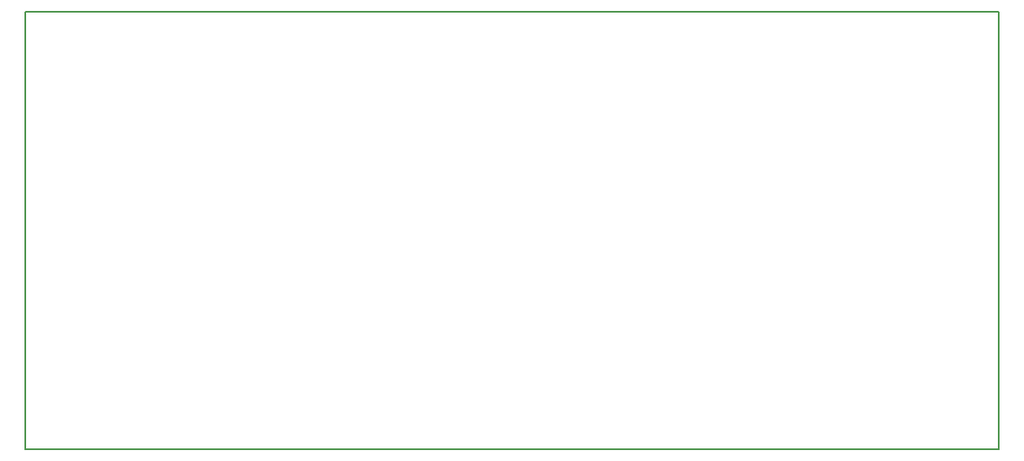
<source format=gko>
%FSLAX23Y23*%
%MOIN*%
G04 EasyPC Gerber Version 16.0.6 Build 3249 *
%ADD10C,0.00500*%
X0Y0D02*
D02*
D10*
X81Y465D02*
X3936D01*
Y2200*
X81*
Y465*
X0Y0D02*
M02*

</source>
